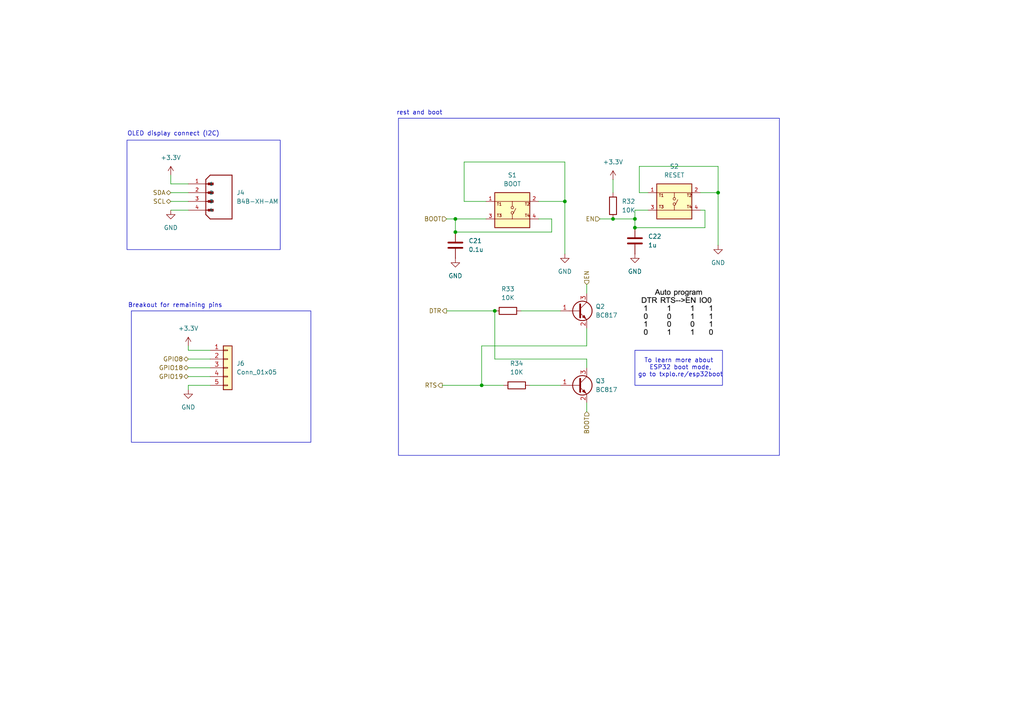
<source format=kicad_sch>
(kicad_sch (version 20250114) (generator "eeschema") (generator_version "9.0")
  (paper "A4")
  (lib_symbols
    (symbol "B4B-XH-AM__LF__SN_:B4B-XH-AM__LF__SN_" (pin_names (offset 1.016))
      (property "Reference" "J" (at 0 6.35 0))
      (property "Value" "B4B-XH-AM__LF__SN_" (at 0 -10.16 0))
      (symbol "B4B-XH-AM__LF__SN__0_0"
        (polyline (pts (xy 0 3.81) (xy 0 2.54)) (stroke (width 0.254)))
        (polyline (pts (xy 0 3.81) (xy 1.27 5.08)) (stroke (width 0.254)))
        (polyline (pts (xy 0 2.54) (xy 0 -6.35)) (stroke (width 0.254)))
        (polyline (pts (xy 0 2.54) (xy 1.905 2.54)) (stroke (width 0.254)))
        (polyline (pts (xy 0 0) (xy 1.905 0)) (stroke (width 0.254)))
        (polyline (pts (xy 0 -2.54) (xy 1.905 -2.54)) (stroke (width 0.254)))
        (polyline (pts (xy 0 -5.08) (xy 1.905 -5.08)) (stroke (width 0.254)))
        (polyline (pts (xy 0 -6.35) (xy 1.27 -7.62)) (stroke (width 0.254)))
        (rectangle (start 0.635 2.2225) (end 2.2225 2.8575) (stroke (width 0.1)) (fill (type outline)))
        (rectangle (start 0.635 -0.3175) (end 2.2225 0.3175) (stroke (width 0.1)) (fill (type outline)))
        (rectangle (start 0.635 -2.8575) (end 2.2225 -2.2225) (stroke (width 0.1)) (fill (type outline)))
        (rectangle (start 0.635 -5.3975) (end 2.2225 -4.7625) (stroke (width 0.1)) (fill (type outline)))
        (polyline (pts (xy 1.27 -7.62) (xy 7.62 -7.62)) (stroke (width 0.254)))
        (polyline (pts (xy 7.62 5.08) (xy 1.27 5.08)) (stroke (width 0.254)))
        (polyline (pts (xy 7.62 -7.62) (xy 7.62 5.08)) (stroke (width 0.254)))
        (pin passive line (at -5.08 2.54 0) (length 5.08) (name "1") (number "1"))
        (pin passive line (at -5.08 0 0) (length 5.08) (name "2") (number "2"))
        (pin passive line (at -5.08 -2.54 0) (length 5.08) (name "3") (number "3"))
        (pin passive line (at -5.08 -5.08 0) (length 5.08) (name "4") (number "4"))
      )
    )
    (symbol "Connector_Generic:Conn_01x05" (pin_names (offset 1.016) (hide yes))
      (property "Reference" "J" (at 0 7.62 0))
      (property "Value" "Conn_01x05" (at 0 -7.62 0))
      (symbol "Conn_01x05_1_1"
        (rectangle (start -1.27 6.35) (end 1.27 -6.35) (stroke (width 0.254)) (fill (type background)))
        (rectangle (start -1.27 5.207) (end 0 4.953) (stroke (width 0.1524)))
        (rectangle (start -1.27 2.667) (end 0 2.413) (stroke (width 0.1524)))
        (rectangle (start -1.27 0.127) (end 0 -0.127) (stroke (width 0.1524)))
        (rectangle (start -1.27 -2.413) (end 0 -2.667) (stroke (width 0.1524)))
        (rectangle (start -1.27 -4.953) (end 0 -5.207) (stroke (width 0.1524)))
        (pin passive line (at -5.08 5.08 0) (length 3.81) (name "Pin_1") (number "1"))
        (pin passive line (at -5.08 2.54 0) (length 3.81) (name "Pin_2") (number "2"))
        (pin passive line (at -5.08 0 0) (length 3.81) (name "Pin_3") (number "3"))
        (pin passive line (at -5.08 -2.54 0) (length 3.81) (name "Pin_4") (number "4"))
        (pin passive line (at -5.08 -5.08 0) (length 3.81) (name "Pin_5") (number "5"))
      )
    )
    (symbol "Device:C" (pin_numbers (hide yes)) (pin_names (offset 0.254))
      (property "Reference" "C" (at 0.635 2.54 0))
      (property "Value" "C" (at 0.635 -2.54 0))
      (symbol "C_0_1"
        (polyline (pts (xy -2.032 0.762) (xy 2.032 0.762)) (stroke (width 0.508)))
        (polyline (pts (xy -2.032 -0.762) (xy 2.032 -0.762)) (stroke (width 0.508)))
      )
      (symbol "C_1_1"
        (pin passive line (at 0 3.81 270) (length 2.794) (name "~") (number "1"))
        (pin passive line (at 0 -3.81 90) (length 2.794) (name "~") (number "2"))
      )
    )
    (symbol "Device:R" (pin_numbers (hide yes)) (pin_names (offset 0))
      (property "Reference" "R" (at 2.032 0 90))
      (property "Value" "R" (at 0 0 90))
      (symbol "R_0_1"
        (rectangle (start -1.016 -2.54) (end 1.016 2.54) (stroke (width 0.254)))
      )
      (symbol "R_1_1"
        (pin passive line (at 0 3.81 270) (length 1.27) (name "~") (number "1"))
        (pin passive line (at 0 -3.81 90) (length 1.27) (name "~") (number "2"))
      )
    )
    (symbol "Transistor_BJT:BC817" (pin_names (offset 0) (hide yes))
      (property "Reference" "Q" (at 5.08 1.905 0))
      (property "Value" "BC817" (at 5.08 0 0))
      (symbol "BC817_0_1"
        (polyline (pts (xy -2.54 0) (xy 0.635 0)))
        (polyline (pts (xy 0.635 1.905) (xy 0.635 -1.905)) (stroke (width 0.508)))
        (circle (center 1.27 0) (radius 2.8194) (stroke (width 0.254)))
      )
      (symbol "BC817_1_1"
        (polyline (pts (xy 0.635 0.635) (xy 2.54 2.54)))
        (polyline (pts (xy 0.635 -0.635) (xy 2.54 -2.54)))
        (polyline (pts (xy 1.27 -1.778) (xy 1.778 -1.27) (xy 2.286 -2.286) (xy 1.27 -1.778)) (fill (type outline)))
        (pin input line (at -5.08 0 0) (length 2.54) (name "B") (number "1"))
        (pin passive line (at 2.54 5.08 270) (length 2.54) (name "C") (number "3"))
        (pin passive line (at 2.54 -5.08 90) (length 2.54) (name "E") (number "2"))
      )
    )
    (symbol "USLPT2819DT2TR:USLPT2819DT2TR" (pin_names (offset 1.016))
      (property "Reference" "S" (at -5.08 5.08 0))
      (property "Value" "USLPT2819DT2TR" (at -5.08 -7.62 0))
      (symbol "USLPT2819DT2TR_0_0"
        (polyline (pts (xy -5.08 2.54) (xy 0 2.54)) (stroke (width 0.1524)))
        (polyline (pts (xy -5.08 -2.54) (xy 0 -2.54)) (stroke (width 0.1524)))
        (rectangle (start -5.08 -5.08) (end 5.08 5.08) (stroke (width 0.254)) (fill (type background)))
        (polyline (pts (xy 0 2.54) (xy 5.08 2.54)) (stroke (width 0.1524)))
        (polyline (pts (xy 0 1.143) (xy 0 2.54)) (stroke (width 0.1524)))
        (circle (center 0 0.762) (radius 0.3592) (stroke (width 0.1524)))
        (circle (center 0 -0.762) (radius 0.3592) (stroke (width 0.1524)))
        (polyline (pts (xy 0 -2.54) (xy 0 -1.143)) (stroke (width 0.1524)))
        (polyline (pts (xy 0 -2.54) (xy 5.08 -2.54)) (stroke (width 0.1524)))
        (polyline (pts (xy 0.254 -1.016) (xy 1.016 0.508)) (stroke (width 0.1524)))
        (text "T1" (at -4.572 1.27 0) (effects (font (size 0.8128 0.8128)) (justify left bottom)))
        (text "T3" (at -4.572 -2.032 0) (effects (font (size 0.8128 0.8128)) (justify left bottom)))
        (text "T2" (at 3.556 1.27 0) (effects (font (size 0.8128 0.8128)) (justify left bottom)))
        (text "T4" (at 3.556 -2.032 0) (effects (font (size 0.8128 0.8128)) (justify left bottom)))
        (pin passive line (at -7.62 2.54 0) (length 2.54) (name "~") (number "1"))
        (pin passive line (at -7.62 -2.54 0) (length 2.54) (name "~") (number "3"))
        (pin passive line (at 7.62 2.54 180) (length 2.54) (name "~") (number "2"))
        (pin passive line (at 7.62 -2.54 180) (length 2.54) (name "~") (number "4"))
      )
    )
    (symbol "power:+3.3V" (power) (pin_numbers (hide yes)) (pin_names (offset 0) (hide yes))
      (property "Value" "+3.3V" (at 0 3.556 0))
      (symbol "+3.3V_0_1"
        (polyline (pts (xy -0.762 1.27) (xy 0 2.54)))
        (polyline (pts (xy 0 2.54) (xy 0.762 1.27)))
        (polyline (pts (xy 0 0) (xy 0 2.54)))
      )
      (symbol "+3.3V_1_1"
        (pin power_in line (at 0 0 90) (length 0) (name "~") (number "1"))
      )
    )
    (symbol "power:GND" (power) (pin_numbers (hide yes)) (pin_names (offset 0) (hide yes))
      (property "Value" "GND" (at 0 -3.81 0))
      (symbol "GND_0_1"
        (polyline (pts (xy 0 0) (xy 0 -1.27) (xy 1.27 -1.27) (xy 0 -2.54) (xy -1.27 -1.27) (xy 0 -1.27)))
      )
      (symbol "GND_1_1"
        (pin power_in line (at 0 0 270) (length 0) (name "~") (number "1"))
      )
    )
  )
  (rectangle (start 184.15 101.6) (end 209.55 111.76))
  (rectangle (start 36.83 40.64) (end 81.28 72.39))
  (rectangle (start 115.57 34.29) (end 226.06 132.08))
  (rectangle (start 38.1 90.17) (end 90.17 128.27))
  (text "OLED display connect (I2C)" (at 50.292 38.862 0) (effects (font (size 1.27 1.27))))
  (text "rest and boot" (at 121.666 32.766 0) (effects (font (size 1.27 1.27))))
  (text "Breakout for remaining pins" (at 50.8 88.646 0) (effects (font (size 1.27 1.27))))
  (text "To learn more about \nESP32 boot mode,\ngo to txplo.re/esp32boot" (at 197.358 106.68 0) (effects (font (size 1.27 1.27))))
  (junction (at 184.15 66.04))
  (junction (at 208.28 55.88))
  (junction (at 163.83 58.42))
  (junction (at 184.15 63.5))
  (junction (at 132.08 63.5))
  (junction (at 143.51 90.17))
  (junction (at 132.08 67.31))
  (junction (at 177.8 63.5))
  (junction (at 139.7 111.76))
  (wire (pts (xy 173.99 63.5) (xy 177.8 63.5)))
  (wire (pts (xy 170.18 100.33) (xy 170.18 95.25)))
  (wire (pts (xy 54.61 113.03) (xy 54.61 111.76)))
  (wire (pts (xy 208.28 55.88) (xy 203.2 55.88)))
  (wire (pts (xy 54.61 100.33) (xy 54.61 101.6)))
  (wire (pts (xy 163.83 58.42) (xy 163.83 73.66)))
  (wire (pts (xy 151.13 90.17) (xy 162.56 90.17)))
  (wire (pts (xy 54.61 111.76) (xy 60.96 111.76)))
  (wire (pts (xy 146.05 111.76) (xy 139.7 111.76)))
  (wire (pts (xy 203.2 60.96) (xy 204.47 60.96)))
  (wire (pts (xy 49.53 53.34) (xy 49.53 50.8)))
  (wire (pts (xy 129.54 63.5) (xy 132.08 63.5)))
  (wire (pts (xy 49.53 58.42) (xy 54.61 58.42)))
  (wire (pts (xy 129.54 90.17) (xy 143.51 90.17)))
  (wire (pts (xy 184.15 63.5) (xy 184.15 66.04)))
  (wire (pts (xy 170.18 104.14) (xy 143.51 104.14)))
  (wire (pts (xy 208.28 48.26) (xy 208.28 55.88)))
  (wire (pts (xy 204.47 60.96) (xy 204.47 66.04)))
  (wire (pts (xy 54.61 109.22) (xy 60.96 109.22)))
  (wire (pts (xy 153.67 111.76) (xy 162.56 111.76)))
  (wire (pts (xy 185.42 55.88) (xy 185.42 48.26)))
  (wire (pts (xy 134.62 46.99) (xy 163.83 46.99)))
  (wire (pts (xy 128.27 111.76) (xy 139.7 111.76)))
  (wire (pts (xy 184.15 60.96) (xy 187.96 60.96)))
  (wire (pts (xy 204.47 66.04) (xy 184.15 66.04)))
  (wire (pts (xy 184.15 60.96) (xy 184.15 63.5)))
  (wire (pts (xy 177.8 63.5) (xy 184.15 63.5)))
  (wire (pts (xy 139.7 100.33) (xy 170.18 100.33)))
  (wire (pts (xy 54.61 106.68) (xy 60.96 106.68)))
  (wire (pts (xy 54.61 53.34) (xy 49.53 53.34)))
  (wire (pts (xy 139.7 111.76) (xy 139.7 100.33)))
  (wire (pts (xy 140.97 58.42) (xy 134.62 58.42)))
  (wire (pts (xy 170.18 106.68) (xy 170.18 104.14)))
  (wire (pts (xy 177.8 52.07) (xy 177.8 55.88)))
  (wire (pts (xy 185.42 48.26) (xy 208.28 48.26)))
  (wire (pts (xy 132.08 63.5) (xy 140.97 63.5)))
  (wire (pts (xy 143.51 104.14) (xy 143.51 90.17)))
  (wire (pts (xy 170.18 119.38) (xy 170.18 116.84)))
  (wire (pts (xy 60.96 101.6) (xy 54.61 101.6)))
  (wire (pts (xy 163.83 46.99) (xy 163.83 58.42)))
  (wire (pts (xy 160.02 67.31) (xy 132.08 67.31)))
  (wire (pts (xy 132.08 63.5) (xy 132.08 67.31)))
  (wire (pts (xy 156.21 58.42) (xy 163.83 58.42)))
  (wire (pts (xy 187.96 55.88) (xy 185.42 55.88)))
  (wire (pts (xy 49.53 55.88) (xy 54.61 55.88)))
  (wire (pts (xy 54.61 104.14) (xy 60.96 104.14)))
  (wire (pts (xy 208.28 55.88) (xy 208.28 71.12)))
  (wire (pts (xy 170.18 82.55) (xy 170.18 85.09)))
  (wire (pts (xy 134.62 58.42) (xy 134.62 46.99)))
  (wire (pts (xy 156.21 63.5) (xy 160.02 63.5)))
  (wire (pts (xy 160.02 63.5) (xy 160.02 67.31)))
  (wire (pts (xy 49.53 60.96) (xy 54.61 60.96)))
  (image (at 196.2891 90.8074) (scale 0.502066))
  (hierarchical_label "GPIO18" (shape bidirectional) (at 54.61 106.68 180))
  (hierarchical_label "EN" (shape input) (at 173.99 63.5 180))
  (hierarchical_label "GPIO8" (shape bidirectional) (at 54.61 104.14 180))
  (hierarchical_label "SDA" (shape bidirectional) (at 49.53 55.88 180))
  (hierarchical_label "RTS" (shape output) (at 128.27 111.76 180))
  (hierarchical_label "DTR" (shape output) (at 129.54 90.17 180))
  (hierarchical_label "SCL" (shape bidirectional) (at 49.53 58.42 180))
  (hierarchical_label "BOOT" (shape input) (at 170.18 119.38 270))
  (hierarchical_label "GPIO19" (shape bidirectional) (at 54.61 109.22 180))
  (hierarchical_label "BOOT" (shape input) (at 129.54 63.5 180))
  (hierarchical_label "EN" (shape input) (at 170.18 82.55 90))
  (symbol (lib_id "USLPT2819DT2TR:USLPT2819DT2TR") (at 148.59 60.96 0) (unit 1)
    (property "Reference" "S1" (at 148.59 50.8 0))
    (property "Value" "BOOT" (at 148.59 53.34 0))
    (property "Footprint" "USLPT2819DT2TR:SW_USLPT2819DT2TR" (effects (hide yes)))
    (property "MF" "TE Connectivity" (effects (hide yes)))
    (property "Description_1" "Tactile Switch SPST-NO Top Actuated Surface Mount" (effects (hide yes)))
    (property "Package" "None" (effects (hide yes)))
    (property "Price" "None" (effects (hide yes)))
    (property "Check_prices" "https://www.snapeda.com/parts/USLPT2819DT2TR/TE+Connectivity+ALCOSWITCH+Switches/view-part/?ref=eda" (effects (hide yes)))
    (property "STANDARD" "Manufacturer Recommendations" (effects (hide yes)))
    (property "PARTREV" "P" (effects (hide yes)))
    (property "SnapEDA_Link" "https://www.snapeda.com/parts/USLPT2819DT2TR/TE+Connectivity+ALCOSWITCH+Switches/view-part/?ref=snap" (effects (hide yes)))
    (property "MP" "USLPT2819DT2TR" (effects (hide yes)))
    (property "Availability" "In Stock" (effects (hide yes)))
    (property "MANUFACTURER" "TE CONNECTIVITY" (effects (hide yes)))
  )
  (symbol (lib_id "Device:R") (at 177.8 59.69 180) (unit 1)
    (property "Reference" "R32" (at 180.34 58.4199 0) (effects (justify right)))
    (property "Value" "10K" (at 180.34 60.9599 0) (effects (justify right)))
    (property "Footprint" "Resistor_SMD:R_0805_2012Metric" (effects (hide yes)))
    (property "Description" "Resistor" (effects (hide yes)))
  )
  (symbol (lib_id "Device:R") (at 149.86 111.76 90) (unit 1)
    (property "Reference" "R34" (at 149.86 105.41 90))
    (property "Value" "10K" (at 149.86 107.95 90))
    (property "Footprint" "Resistor_SMD:R_0805_2012Metric" (effects (hide yes)))
    (property "Description" "Resistor" (effects (hide yes)))
  )
  (symbol (lib_id "power:GND") (at 132.08 74.93 0) (unit 1)
    (property "Reference" "#PWR055" (effects (hide yes)))
    (property "Value" "GND" (at 132.08 80.01 0))
    (property "Description" "Power symbol creates a global label with name \"GND\" , ground" (effects (hide yes)))
  )
  (symbol (lib_id "power:GND") (at 49.53 60.96 0) (unit 1)
    (property "Reference" "#PWR047" (effects (hide yes)))
    (property "Value" "GND" (at 49.53 66.04 0))
    (property "Description" "Power symbol creates a global label with name \"GND\" , ground" (effects (hide yes)))
  )
  (symbol (lib_id "USLPT2819DT2TR:USLPT2819DT2TR") (at 195.58 58.42 0) (unit 1)
    (property "Reference" "S2" (at 195.58 48.26 0))
    (property "Value" "RESET" (at 195.58 50.8 0))
    (property "Footprint" "USLPT2819DT2TR:SW_USLPT2819DT2TR" (effects (hide yes)))
    (property "MF" "TE Connectivity" (effects (hide yes)))
    (property "Description_1" "Tactile Switch SPST-NO Top Actuated Surface Mount" (effects (hide yes)))
    (property "Package" "None" (effects (hide yes)))
    (property "Price" "None" (effects (hide yes)))
    (property "Check_prices" "https://www.snapeda.com/parts/USLPT2819DT2TR/TE+Connectivity+ALCOSWITCH+Switches/view-part/?ref=eda" (effects (hide yes)))
    (property "STANDARD" "Manufacturer Recommendations" (effects (hide yes)))
    (property "PARTREV" "P" (effects (hide yes)))
    (property "SnapEDA_Link" "https://www.snapeda.com/parts/USLPT2819DT2TR/TE+Connectivity+ALCOSWITCH+Switches/view-part/?ref=snap" (effects (hide yes)))
    (property "MP" "USLPT2819DT2TR" (effects (hide yes)))
    (property "Availability" "In Stock" (effects (hide yes)))
    (property "MANUFACTURER" "TE CONNECTIVITY" (effects (hide yes)))
  )
  (symbol (lib_id "power:GND") (at 184.15 73.66 0) (unit 1)
    (property "Reference" "#PWR052" (effects (hide yes)))
    (property "Value" "GND" (at 184.15 78.74 0))
    (property "Description" "Power symbol creates a global label with name \"GND\" , ground" (effects (hide yes)))
  )
  (symbol (lib_id "power:+3.3V") (at 177.8 52.07 0) (unit 1)
    (property "Reference" "#PWR053" (effects (hide yes)))
    (property "Value" "+3.3V" (at 177.8 46.99 0))
    (property "Description" "Power symbol creates a global label with name \"+3.3V\"" (effects (hide yes)))
  )
  (symbol (lib_id "power:GND") (at 208.28 71.12 0) (unit 1)
    (property "Reference" "#PWR051" (effects (hide yes)))
    (property "Value" "GND" (at 208.28 76.2 0))
    (property "Description" "Power symbol creates a global label with name \"GND\" , ground" (effects (hide yes)))
  )
  (symbol (lib_id "power:+3.3V") (at 49.53 50.8 0) (unit 1)
    (property "Reference" "#PWR046" (effects (hide yes)))
    (property "Value" "+3.3V" (at 49.53 45.72 0))
    (property "Description" "Power symbol creates a global label with name \"+3.3V\"" (effects (hide yes)))
  )
  (symbol (lib_id "Device:C") (at 184.15 69.85 0) (unit 1)
    (property "Reference" "C22" (at 187.96 68.5799 0) (effects (justify left)))
    (property "Value" "1u" (at 187.96 71.1199 0) (effects (justify left)))
    (property "Footprint" "Capacitor_SMD:C_0805_2012Metric" (effects (hide yes)))
    (property "Description" "Unpolarized capacitor" (effects (hide yes)))
  )
  (symbol (lib_id "Transistor_BJT:BC817") (at 167.64 111.76 0) (unit 1)
    (property "Reference" "Q3" (at 172.72 110.4899 0) (effects (justify left)))
    (property "Value" "BC817" (at 172.72 113.0299 0) (effects (justify left)))
    (property "Footprint" "Package_TO_SOT_SMD:SOT-23" (effects (hide yes)))
    (property "Datasheet" "https://www.onsemi.com/pub/Collateral/BC818-D.pdf" (effects (hide yes)))
    (property "Description" "0.8A Ic, 45V Vce, NPN Transistor, SOT-23" (effects (hide yes)))
  )
  (symbol (lib_id "power:GND") (at 163.83 73.66 0) (unit 1)
    (property "Reference" "#PWR050" (effects (hide yes)))
    (property "Value" "GND" (at 163.83 78.74 0))
    (property "Description" "Power symbol creates a global label with name \"GND\" , ground" (effects (hide yes)))
  )
  (symbol (lib_id "Device:C") (at 132.08 71.12 0) (unit 1)
    (property "Reference" "C21" (at 135.89 69.8499 0) (effects (justify left)))
    (property "Value" "0.1u" (at 135.89 72.3899 0) (effects (justify left)))
    (property "Footprint" "Capacitor_SMD:C_0805_2012Metric" (effects (hide yes)))
    (property "Description" "Unpolarized capacitor" (effects (hide yes)))
  )
  (symbol (lib_id "power:GND") (at 54.61 113.03 0) (unit 1)
    (property "Reference" "#PWR049" (effects (hide yes)))
    (property "Value" "GND" (at 54.61 118.11 0))
    (property "Description" "Power symbol creates a global label with name \"GND\" , ground" (effects (hide yes)))
  )
  (symbol (lib_id "power:+3.3V") (at 54.61 100.33 0) (unit 1)
    (property "Reference" "#PWR048" (effects (hide yes)))
    (property "Value" "+3.3V" (at 54.61 95.25 0))
    (property "Description" "Power symbol creates a global label with name \"+3.3V\"" (effects (hide yes)))
  )
  (symbol (lib_id "Device:R") (at 147.32 90.17 90) (unit 1)
    (property "Reference" "R33" (at 147.32 83.82 90))
    (property "Value" "10K" (at 147.32 86.36 90))
    (property "Footprint" "Resistor_SMD:R_0805_2012Metric" (effects (hide yes)))
    (property "Description" "Resistor" (effects (hide yes)))
  )
  (symbol (lib_id "B4B-XH-AM__LF__SN_:B4B-XH-AM__LF__SN_") (at 59.69 55.88 0) (unit 1)
    (property "Reference" "J4" (at 68.58 55.8799 0) (effects (justify left)))
    (property "Value" "B4B-XH-AM" (at 68.58 58.4199 0) (effects (justify left)))
    (property "Footprint" "Footprints:JST_B4B-XH-AM__LF__SN_" (effects (hide yes)))
    (property "Description" "Connector header vertical 4pos 2.5mm" (effects (hide yes)))
    (property "SnapEDA_Link" "https://www.snapeda.com/parts/B4B-XH-AM%20(LF)(SN)/JST/view-part/?ref=snap" (effects (hide yes)))
    (property "MAXIMUM_PACKAGE_HEIGHT" "7mm" (effects (hide yes)))
    (property "Package" "None" (effects (hide yes)))
    (property "Check_prices" "https://www.snapeda.com/parts/B4B-XH-AM%20(LF)(SN)/JST/view-part/?ref=eda" (effects (hide yes)))
    (property "STANDARD" "Manufacturer Recommendations" (effects (hide yes)))
    (property "PARTREV" "N/A" (effects (hide yes)))
    (property "MF" "JST Corporation" (effects (hide yes)))
    (property "MP" "B4B-XH-AM (LF)(SN)" (effects (hide yes)))
    (property "Description_1" "\n                        \n                            Conn Shrouded Header HDR 4 POS 2.5mm Solder ST Top Entry Thru-Hole Box\n                        \n" (effects (hide yes)))
    (property "MANUFACTURER" "JST" (effects (hide yes)))
    (property "SNAPEDA_PN" "B4B-XH-AM (LF)(SN)" (effects (hide yes)))
    (property "Manufacturer_Part_Number" "  B4B-XH-AM" (effects (hide yes)))
  )
  (symbol (lib_id "Connector_Generic:Conn_01x05") (at 66.04 106.68 0) (unit 1)
    (property "Reference" "J6" (at 68.58 105.4099 0) (effects (justify left)))
    (property "Value" "Conn_01x05" (at 68.58 107.9499 0) (effects (justify left)))
    (property "Footprint" "Connector_PinHeader_2.54mm:PinHeader_1x05_P2.54mm_Vertical" (effects (hide yes)))
    (property "Description" "Generic connector, single row, 01x05, script generated (kicad-library-utils/schlib/autogen/connector/)" (effects (hide yes)))
  )
  (symbol (lib_id "Transistor_BJT:BC817") (at 167.64 90.17 0) (unit 1)
    (property "Reference" "Q2" (at 172.72 88.8999 0) (effects (justify left)))
    (property "Value" "BC817" (at 172.72 91.4399 0) (effects (justify left)))
    (property "Footprint" "Package_TO_SOT_SMD:SOT-23" (effects (hide yes)))
    (property "Datasheet" "https://www.onsemi.com/pub/Collateral/BC818-D.pdf" (effects (hide yes)))
    (property "Description" "0.8A Ic, 45V Vce, NPN Transistor, SOT-23" (effects (hide yes)))
  )
)
</source>
